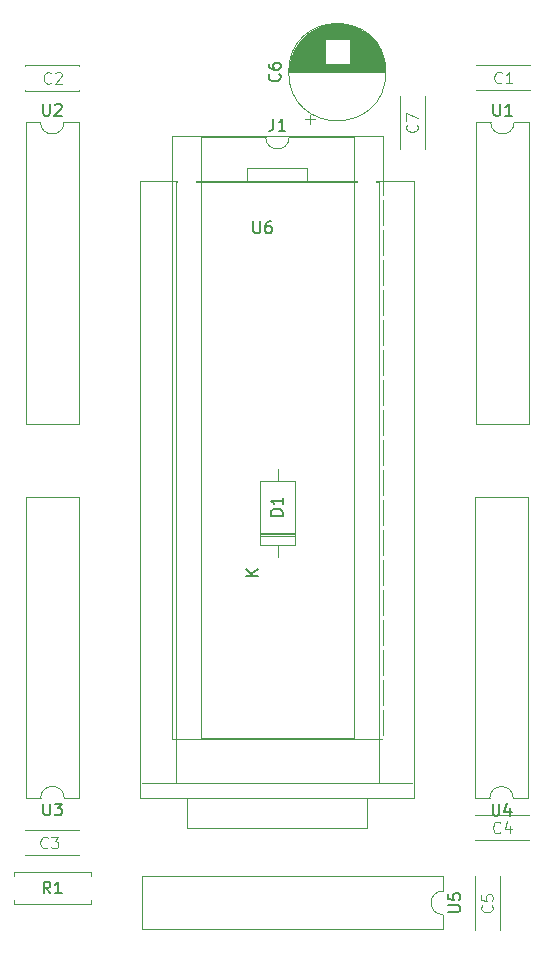
<source format=gto>
G04 #@! TF.GenerationSoftware,KiCad,Pcbnew,(6.0.9)*
G04 #@! TF.CreationDate,2023-08-18T17:20:18+02:00*
G04 #@! TF.ProjectId,Sombrero_MSX_Goa'uld,536f6d62-7265-4726-9f5f-4d53585f476f,rev?*
G04 #@! TF.SameCoordinates,Original*
G04 #@! TF.FileFunction,Legend,Top*
G04 #@! TF.FilePolarity,Positive*
%FSLAX46Y46*%
G04 Gerber Fmt 4.6, Leading zero omitted, Abs format (unit mm)*
G04 Created by KiCad (PCBNEW (6.0.9)) date 2023-08-18 17:20:18*
%MOMM*%
%LPD*%
G01*
G04 APERTURE LIST*
%ADD10C,0.150000*%
%ADD11C,0.096520*%
%ADD12C,0.120000*%
%ADD13C,0.100000*%
%ADD14R,2.400000X1.600000*%
%ADD15O,2.400000X1.600000*%
%ADD16R,1.600000X2.400000*%
%ADD17O,1.600000X2.400000*%
%ADD18C,1.600000*%
%ADD19R,1.600000X1.600000*%
%ADD20O,1.600000X1.600000*%
%ADD21R,2.200000X2.200000*%
%ADD22O,2.200000X2.200000*%
G04 APERTURE END LIST*
D10*
X165618095Y-72057380D02*
X165618095Y-72866904D01*
X165665714Y-72962142D01*
X165713333Y-73009761D01*
X165808571Y-73057380D01*
X165999047Y-73057380D01*
X166094285Y-73009761D01*
X166141904Y-72962142D01*
X166189523Y-72866904D01*
X166189523Y-72057380D01*
X167189523Y-73057380D02*
X166618095Y-73057380D01*
X166903809Y-73057380D02*
X166903809Y-72057380D01*
X166808571Y-72200238D01*
X166713333Y-72295476D01*
X166618095Y-72343095D01*
X145303095Y-81997380D02*
X145303095Y-82806904D01*
X145350714Y-82902142D01*
X145398333Y-82949761D01*
X145493571Y-82997380D01*
X145684047Y-82997380D01*
X145779285Y-82949761D01*
X145826904Y-82902142D01*
X145874523Y-82806904D01*
X145874523Y-81997380D01*
X146779285Y-81997380D02*
X146588809Y-81997380D01*
X146493571Y-82045000D01*
X146445952Y-82092619D01*
X146350714Y-82235476D01*
X146303095Y-82425952D01*
X146303095Y-82806904D01*
X146350714Y-82902142D01*
X146398333Y-82949761D01*
X146493571Y-82997380D01*
X146684047Y-82997380D01*
X146779285Y-82949761D01*
X146826904Y-82902142D01*
X146874523Y-82806904D01*
X146874523Y-82568809D01*
X146826904Y-82473571D01*
X146779285Y-82425952D01*
X146684047Y-82378333D01*
X146493571Y-82378333D01*
X146398333Y-82425952D01*
X146350714Y-82473571D01*
X146303095Y-82568809D01*
X161802380Y-140461904D02*
X162611904Y-140461904D01*
X162707142Y-140414285D01*
X162754761Y-140366666D01*
X162802380Y-140271428D01*
X162802380Y-140080952D01*
X162754761Y-139985714D01*
X162707142Y-139938095D01*
X162611904Y-139890476D01*
X161802380Y-139890476D01*
X161802380Y-138938095D02*
X161802380Y-139414285D01*
X162278571Y-139461904D01*
X162230952Y-139414285D01*
X162183333Y-139319047D01*
X162183333Y-139080952D01*
X162230952Y-138985714D01*
X162278571Y-138938095D01*
X162373809Y-138890476D01*
X162611904Y-138890476D01*
X162707142Y-138938095D01*
X162754761Y-138985714D01*
X162802380Y-139080952D01*
X162802380Y-139319047D01*
X162754761Y-139414285D01*
X162707142Y-139461904D01*
X127523095Y-131297380D02*
X127523095Y-132106904D01*
X127570714Y-132202142D01*
X127618333Y-132249761D01*
X127713571Y-132297380D01*
X127904047Y-132297380D01*
X127999285Y-132249761D01*
X128046904Y-132202142D01*
X128094523Y-132106904D01*
X128094523Y-131297380D01*
X128475476Y-131297380D02*
X129094523Y-131297380D01*
X128761190Y-131678333D01*
X128904047Y-131678333D01*
X128999285Y-131725952D01*
X129046904Y-131773571D01*
X129094523Y-131868809D01*
X129094523Y-132106904D01*
X129046904Y-132202142D01*
X128999285Y-132249761D01*
X128904047Y-132297380D01*
X128618333Y-132297380D01*
X128523095Y-132249761D01*
X128475476Y-132202142D01*
D11*
X166198090Y-133720114D02*
X166152128Y-133766076D01*
X166014242Y-133812038D01*
X165922318Y-133812038D01*
X165784433Y-133766076D01*
X165692509Y-133674152D01*
X165646547Y-133582228D01*
X165600585Y-133398380D01*
X165600585Y-133260495D01*
X165646547Y-133076647D01*
X165692509Y-132984723D01*
X165784433Y-132892800D01*
X165922318Y-132846838D01*
X166014242Y-132846838D01*
X166152128Y-132892800D01*
X166198090Y-132938761D01*
X167025404Y-133168571D02*
X167025404Y-133812038D01*
X166795595Y-132800876D02*
X166565785Y-133490304D01*
X167163290Y-133490304D01*
D10*
X165543095Y-131317380D02*
X165543095Y-132126904D01*
X165590714Y-132222142D01*
X165638333Y-132269761D01*
X165733571Y-132317380D01*
X165924047Y-132317380D01*
X166019285Y-132269761D01*
X166066904Y-132222142D01*
X166114523Y-132126904D01*
X166114523Y-131317380D01*
X167019285Y-131650714D02*
X167019285Y-132317380D01*
X166781190Y-131269761D02*
X166543095Y-131984047D01*
X167162142Y-131984047D01*
D11*
X159120114Y-73831909D02*
X159166076Y-73877871D01*
X159212038Y-74015757D01*
X159212038Y-74107681D01*
X159166076Y-74245566D01*
X159074152Y-74337490D01*
X158982228Y-74383452D01*
X158798380Y-74429414D01*
X158660495Y-74429414D01*
X158476647Y-74383452D01*
X158384723Y-74337490D01*
X158292800Y-74245566D01*
X158246838Y-74107681D01*
X158246838Y-74015757D01*
X158292800Y-73877871D01*
X158338761Y-73831909D01*
X158246838Y-73510176D02*
X158246838Y-72866709D01*
X159212038Y-73280366D01*
X165470114Y-139916503D02*
X165516076Y-139962465D01*
X165562038Y-140100351D01*
X165562038Y-140192275D01*
X165516076Y-140330160D01*
X165424152Y-140422084D01*
X165332228Y-140468046D01*
X165148380Y-140514008D01*
X165010495Y-140514008D01*
X164826647Y-140468046D01*
X164734723Y-140422084D01*
X164642800Y-140330160D01*
X164596838Y-140192275D01*
X164596838Y-140100351D01*
X164642800Y-139962465D01*
X164688761Y-139916503D01*
X164596838Y-139043227D02*
X164596838Y-139502846D01*
X165056457Y-139548808D01*
X165010495Y-139502846D01*
X164964533Y-139410922D01*
X164964533Y-139181113D01*
X165010495Y-139089189D01*
X165056457Y-139043227D01*
X165148380Y-138997265D01*
X165378190Y-138997265D01*
X165470114Y-139043227D01*
X165516076Y-139089189D01*
X165562038Y-139181113D01*
X165562038Y-139410922D01*
X165516076Y-139502846D01*
X165470114Y-139548808D01*
D10*
X147507142Y-69536666D02*
X147554761Y-69584285D01*
X147602380Y-69727142D01*
X147602380Y-69822380D01*
X147554761Y-69965238D01*
X147459523Y-70060476D01*
X147364285Y-70108095D01*
X147173809Y-70155714D01*
X147030952Y-70155714D01*
X146840476Y-70108095D01*
X146745238Y-70060476D01*
X146650000Y-69965238D01*
X146602380Y-69822380D01*
X146602380Y-69727142D01*
X146650000Y-69584285D01*
X146697619Y-69536666D01*
X146602380Y-68679523D02*
X146602380Y-68870000D01*
X146650000Y-68965238D01*
X146697619Y-69012857D01*
X146840476Y-69108095D01*
X147030952Y-69155714D01*
X147411904Y-69155714D01*
X147507142Y-69108095D01*
X147554761Y-69060476D01*
X147602380Y-68965238D01*
X147602380Y-68774761D01*
X147554761Y-68679523D01*
X147507142Y-68631904D01*
X147411904Y-68584285D01*
X147173809Y-68584285D01*
X147078571Y-68631904D01*
X147030952Y-68679523D01*
X146983333Y-68774761D01*
X146983333Y-68965238D01*
X147030952Y-69060476D01*
X147078571Y-69108095D01*
X147173809Y-69155714D01*
D11*
X127866176Y-134990114D02*
X127820214Y-135036076D01*
X127682328Y-135082038D01*
X127590404Y-135082038D01*
X127452519Y-135036076D01*
X127360595Y-134944152D01*
X127314633Y-134852228D01*
X127268671Y-134668380D01*
X127268671Y-134530495D01*
X127314633Y-134346647D01*
X127360595Y-134254723D01*
X127452519Y-134162800D01*
X127590404Y-134116838D01*
X127682328Y-134116838D01*
X127820214Y-134162800D01*
X127866176Y-134208761D01*
X128187909Y-134116838D02*
X128785414Y-134116838D01*
X128463681Y-134484533D01*
X128601566Y-134484533D01*
X128693490Y-134530495D01*
X128739452Y-134576457D01*
X128785414Y-134668380D01*
X128785414Y-134898190D01*
X128739452Y-134990114D01*
X128693490Y-135036076D01*
X128601566Y-135082038D01*
X128325795Y-135082038D01*
X128233871Y-135036076D01*
X128187909Y-134990114D01*
D10*
X146996666Y-73322380D02*
X146996666Y-74036666D01*
X146949047Y-74179523D01*
X146853809Y-74274761D01*
X146710952Y-74322380D01*
X146615714Y-74322380D01*
X147996666Y-74322380D02*
X147425238Y-74322380D01*
X147710952Y-74322380D02*
X147710952Y-73322380D01*
X147615714Y-73465238D01*
X147520476Y-73560476D01*
X147425238Y-73608095D01*
D11*
X166304770Y-70220114D02*
X166258808Y-70266076D01*
X166120922Y-70312038D01*
X166028998Y-70312038D01*
X165891113Y-70266076D01*
X165799189Y-70174152D01*
X165753227Y-70082228D01*
X165707265Y-69898380D01*
X165707265Y-69760495D01*
X165753227Y-69576647D01*
X165799189Y-69484723D01*
X165891113Y-69392800D01*
X166028998Y-69346838D01*
X166120922Y-69346838D01*
X166258808Y-69392800D01*
X166304770Y-69438761D01*
X167224008Y-70312038D02*
X166672465Y-70312038D01*
X166948237Y-70312038D02*
X166948237Y-69346838D01*
X166856313Y-69484723D01*
X166764389Y-69576647D01*
X166672465Y-69622609D01*
X128159770Y-70250114D02*
X128113808Y-70296076D01*
X127975922Y-70342038D01*
X127883998Y-70342038D01*
X127746113Y-70296076D01*
X127654189Y-70204152D01*
X127608227Y-70112228D01*
X127562265Y-69928380D01*
X127562265Y-69790495D01*
X127608227Y-69606647D01*
X127654189Y-69514723D01*
X127746113Y-69422800D01*
X127883998Y-69376838D01*
X127975922Y-69376838D01*
X128113808Y-69422800D01*
X128159770Y-69468761D01*
X128527465Y-69468761D02*
X128573427Y-69422800D01*
X128665351Y-69376838D01*
X128895160Y-69376838D01*
X128987084Y-69422800D01*
X129033046Y-69468761D01*
X129079008Y-69560685D01*
X129079008Y-69652609D01*
X129033046Y-69790495D01*
X128481503Y-70342038D01*
X129079008Y-70342038D01*
D10*
X147772380Y-106910095D02*
X146772380Y-106910095D01*
X146772380Y-106672000D01*
X146820000Y-106529142D01*
X146915238Y-106433904D01*
X147010476Y-106386285D01*
X147200952Y-106338666D01*
X147343809Y-106338666D01*
X147534285Y-106386285D01*
X147629523Y-106433904D01*
X147724761Y-106529142D01*
X147772380Y-106672000D01*
X147772380Y-106910095D01*
X147772380Y-105386285D02*
X147772380Y-105957714D01*
X147772380Y-105672000D02*
X146772380Y-105672000D01*
X146915238Y-105767238D01*
X147010476Y-105862476D01*
X147058095Y-105957714D01*
X145692380Y-112021904D02*
X144692380Y-112021904D01*
X145692380Y-111450476D02*
X145120952Y-111879047D01*
X144692380Y-111450476D02*
X145263809Y-112021904D01*
X127503095Y-72057380D02*
X127503095Y-72866904D01*
X127550714Y-72962142D01*
X127598333Y-73009761D01*
X127693571Y-73057380D01*
X127884047Y-73057380D01*
X127979285Y-73009761D01*
X128026904Y-72962142D01*
X128074523Y-72866904D01*
X128074523Y-72057380D01*
X128503095Y-72152619D02*
X128550714Y-72105000D01*
X128645952Y-72057380D01*
X128884047Y-72057380D01*
X128979285Y-72105000D01*
X129026904Y-72152619D01*
X129074523Y-72247857D01*
X129074523Y-72343095D01*
X129026904Y-72485952D01*
X128455476Y-73057380D01*
X129074523Y-73057380D01*
X128103333Y-138902380D02*
X127770000Y-138426190D01*
X127531904Y-138902380D02*
X127531904Y-137902380D01*
X127912857Y-137902380D01*
X128008095Y-137950000D01*
X128055714Y-137997619D01*
X128103333Y-138092857D01*
X128103333Y-138235714D01*
X128055714Y-138330952D01*
X128008095Y-138378571D01*
X127912857Y-138426190D01*
X127531904Y-138426190D01*
X129055714Y-138902380D02*
X128484285Y-138902380D01*
X128770000Y-138902380D02*
X128770000Y-137902380D01*
X128674761Y-138045238D01*
X128579523Y-138140476D01*
X128484285Y-138188095D01*
D12*
X164130000Y-73605000D02*
X164130000Y-99125000D01*
X168630000Y-73605000D02*
X167380000Y-73605000D01*
X168630000Y-99125000D02*
X168630000Y-73605000D01*
X165380000Y-73605000D02*
X164130000Y-73605000D01*
X164130000Y-99125000D02*
X168630000Y-99125000D01*
X165380000Y-73605000D02*
G75*
G03*
X167380000Y-73605000I1000000J0D01*
G01*
X154955000Y-133345000D02*
X154955000Y-130805000D01*
D13*
X135905000Y-129535000D02*
X158765000Y-129535000D01*
D12*
X138735000Y-78675000D02*
X138735000Y-129535000D01*
X144795000Y-78675000D02*
X144795000Y-77465000D01*
X139715000Y-133345000D02*
X154955000Y-133345000D01*
X144795000Y-77465000D02*
X149875000Y-77465000D01*
X155935000Y-78675000D02*
X150875000Y-78675000D01*
X139715000Y-130805000D02*
X139715000Y-133345000D01*
X135735000Y-130805000D02*
X158935000Y-130805000D01*
X149875000Y-77465000D02*
X149875000Y-78608000D01*
X153685000Y-78675000D02*
X138735000Y-78675000D01*
X135735000Y-78615000D02*
X135735000Y-130805000D01*
X158935000Y-78615000D02*
X135735000Y-78615000D01*
X155935000Y-129535000D02*
X155935000Y-78675000D01*
X158935000Y-130805000D02*
X158935000Y-78615000D01*
X161350000Y-137450000D02*
X135830000Y-137450000D01*
X135830000Y-137450000D02*
X135830000Y-141950000D01*
X135830000Y-141950000D02*
X161350000Y-141950000D01*
X161350000Y-141950000D02*
X161350000Y-140700000D01*
X161350000Y-138700000D02*
X161350000Y-137450000D01*
X161350000Y-138700000D02*
G75*
G03*
X161350000Y-140700000I0J-1000000D01*
G01*
X129285000Y-130845000D02*
X130535000Y-130845000D01*
X130535000Y-130845000D02*
X130535000Y-105325000D01*
X126035000Y-105325000D02*
X126035000Y-130845000D01*
X126035000Y-130845000D02*
X127285000Y-130845000D01*
X130535000Y-105325000D02*
X126035000Y-105325000D01*
X129285000Y-130845000D02*
G75*
G03*
X127285000Y-130845000I-1000000J0D01*
G01*
X164060000Y-132280000D02*
X168600000Y-132280000D01*
X168600000Y-134405000D02*
X168600000Y-134420000D01*
X164060000Y-132280000D02*
X164060000Y-132295000D01*
X168600000Y-132280000D02*
X168600000Y-132295000D01*
X164060000Y-134405000D02*
X164060000Y-134420000D01*
X164060000Y-134420000D02*
X168600000Y-134420000D01*
X168555000Y-130865000D02*
X168555000Y-105345000D01*
X168555000Y-105345000D02*
X164055000Y-105345000D01*
X164055000Y-130865000D02*
X165305000Y-130865000D01*
X164055000Y-105345000D02*
X164055000Y-130865000D01*
X167305000Y-130865000D02*
X168555000Y-130865000D01*
X167305000Y-130865000D02*
G75*
G03*
X165305000Y-130865000I-1000000J0D01*
G01*
X157680000Y-71350000D02*
X157680000Y-75890000D01*
X159820000Y-75890000D02*
X159805000Y-75890000D01*
X157695000Y-71350000D02*
X157680000Y-71350000D01*
X159820000Y-71350000D02*
X159820000Y-75890000D01*
X157695000Y-75890000D02*
X157680000Y-75890000D01*
X159820000Y-71350000D02*
X159805000Y-71350000D01*
X164030000Y-141970000D02*
X164030000Y-137430000D01*
X166155000Y-141970000D02*
X166170000Y-141970000D01*
X164030000Y-137430000D02*
X164045000Y-137430000D01*
X164030000Y-141970000D02*
X164045000Y-141970000D01*
X166170000Y-141970000D02*
X166170000Y-137430000D01*
X166155000Y-137430000D02*
X166170000Y-137430000D01*
X153440000Y-67249000D02*
X155893000Y-67249000D01*
X148537000Y-68049000D02*
X151360000Y-68049000D01*
X148424000Y-68449000D02*
X151360000Y-68449000D01*
X148714000Y-67609000D02*
X151360000Y-67609000D01*
X153440000Y-66969000D02*
X155709000Y-66969000D01*
X153440000Y-67689000D02*
X156122000Y-67689000D01*
X150848000Y-65569000D02*
X153952000Y-65569000D01*
X153440000Y-67649000D02*
X156104000Y-67649000D01*
X151171000Y-65449000D02*
X153629000Y-65449000D01*
X153440000Y-68649000D02*
X156417000Y-68649000D01*
X153440000Y-66849000D02*
X155620000Y-66849000D01*
X148324000Y-69170000D02*
X156476000Y-69170000D01*
X151632000Y-65329000D02*
X153168000Y-65329000D01*
X149703000Y-66289000D02*
X155097000Y-66289000D01*
X148883000Y-67289000D02*
X151360000Y-67289000D01*
X150755000Y-65609000D02*
X154045000Y-65609000D01*
X150510000Y-65729000D02*
X154290000Y-65729000D01*
X153440000Y-67169000D02*
X155844000Y-67169000D01*
X148626000Y-67809000D02*
X151360000Y-67809000D01*
X148523000Y-68089000D02*
X151360000Y-68089000D01*
X148339000Y-68970000D02*
X156461000Y-68970000D01*
X153440000Y-67289000D02*
X155917000Y-67289000D01*
X150085000Y-73779698D02*
X150085000Y-72979698D01*
X153440000Y-68129000D02*
X156289000Y-68129000D01*
X149180000Y-66849000D02*
X151360000Y-66849000D01*
X149685000Y-73379698D02*
X150485000Y-73379698D01*
X148390000Y-68609000D02*
X151360000Y-68609000D01*
X153440000Y-67729000D02*
X156140000Y-67729000D01*
X149574000Y-66409000D02*
X155226000Y-66409000D01*
X149796000Y-66209000D02*
X155004000Y-66209000D01*
X150234000Y-65889000D02*
X154566000Y-65889000D01*
X148323000Y-69210000D02*
X156477000Y-69210000D01*
X149091000Y-66969000D02*
X151360000Y-66969000D01*
X149120000Y-66929000D02*
X151360000Y-66929000D01*
X149616000Y-66369000D02*
X155184000Y-66369000D01*
X148464000Y-68289000D02*
X151360000Y-68289000D01*
X153440000Y-66649000D02*
X155455000Y-66649000D01*
X153440000Y-67969000D02*
X156235000Y-67969000D01*
X148753000Y-67529000D02*
X151360000Y-67529000D01*
X153440000Y-68529000D02*
X156394000Y-68529000D01*
X151452000Y-65369000D02*
X153348000Y-65369000D01*
X148794000Y-67449000D02*
X151360000Y-67449000D01*
X150587000Y-65689000D02*
X154213000Y-65689000D01*
X148579000Y-67929000D02*
X151360000Y-67929000D01*
X148610000Y-67849000D02*
X151360000Y-67849000D01*
X153440000Y-68449000D02*
X156376000Y-68449000D01*
X149008000Y-67089000D02*
X151360000Y-67089000D01*
X150298000Y-65849000D02*
X154502000Y-65849000D01*
X149659000Y-66329000D02*
X155141000Y-66329000D01*
X148486000Y-68209000D02*
X151360000Y-68209000D01*
X153440000Y-68049000D02*
X156263000Y-68049000D01*
X153440000Y-67369000D02*
X155962000Y-67369000D01*
X148329000Y-69090000D02*
X156471000Y-69090000D01*
X150366000Y-65809000D02*
X154434000Y-65809000D01*
X153440000Y-67009000D02*
X155738000Y-67009000D01*
X148475000Y-68249000D02*
X151360000Y-68249000D01*
X148343000Y-68930000D02*
X156457000Y-68930000D01*
X148433000Y-68409000D02*
X151360000Y-68409000D01*
X153440000Y-67329000D02*
X155940000Y-67329000D01*
X153440000Y-67529000D02*
X156047000Y-67529000D01*
X153440000Y-67209000D02*
X155869000Y-67209000D01*
X153440000Y-68409000D02*
X156367000Y-68409000D01*
X149417000Y-66569000D02*
X155383000Y-66569000D01*
X153440000Y-66729000D02*
X155524000Y-66729000D01*
X148358000Y-68810000D02*
X156442000Y-68810000D01*
X149946000Y-66089000D02*
X154854000Y-66089000D01*
X148773000Y-67489000D02*
X151360000Y-67489000D01*
X153440000Y-67089000D02*
X155792000Y-67089000D01*
X149493000Y-66489000D02*
X155307000Y-66489000D01*
X148376000Y-68690000D02*
X156424000Y-68690000D01*
X148332000Y-69050000D02*
X156468000Y-69050000D01*
X148595000Y-67889000D02*
X151360000Y-67889000D01*
X148398000Y-68569000D02*
X151360000Y-68569000D01*
X149150000Y-66889000D02*
X151360000Y-66889000D01*
X153440000Y-68369000D02*
X156357000Y-68369000D01*
X153440000Y-67809000D02*
X156174000Y-67809000D01*
X153440000Y-66889000D02*
X155650000Y-66889000D01*
X153440000Y-68209000D02*
X156314000Y-68209000D01*
X148443000Y-68369000D02*
X151360000Y-68369000D01*
X148734000Y-67569000D02*
X151360000Y-67569000D01*
X148511000Y-68129000D02*
X151360000Y-68129000D01*
X149844000Y-66169000D02*
X154956000Y-66169000D01*
X151054000Y-65489000D02*
X153746000Y-65489000D01*
X153440000Y-67129000D02*
X155818000Y-67129000D01*
X153440000Y-67489000D02*
X156027000Y-67489000D01*
X150669000Y-65649000D02*
X154131000Y-65649000D01*
X148321000Y-69250000D02*
X156479000Y-69250000D01*
X151302000Y-65409000D02*
X153498000Y-65409000D01*
X148406000Y-68529000D02*
X151360000Y-68529000D01*
X148860000Y-67329000D02*
X151360000Y-67329000D01*
X148931000Y-67209000D02*
X151360000Y-67209000D01*
X150172000Y-65929000D02*
X154628000Y-65929000D01*
X149310000Y-66689000D02*
X151360000Y-66689000D01*
X148320000Y-69330000D02*
X156480000Y-69330000D01*
X148956000Y-67169000D02*
X151360000Y-67169000D01*
X148565000Y-67969000D02*
X151360000Y-67969000D01*
X153440000Y-66769000D02*
X155556000Y-66769000D01*
X148363000Y-68770000D02*
X156437000Y-68770000D01*
X153440000Y-66609000D02*
X155419000Y-66609000D01*
X153440000Y-67849000D02*
X156190000Y-67849000D01*
X153440000Y-67569000D02*
X156066000Y-67569000D01*
X149749000Y-66249000D02*
X155051000Y-66249000D01*
X153440000Y-68249000D02*
X156325000Y-68249000D01*
X153440000Y-68169000D02*
X156302000Y-68169000D01*
X153440000Y-67449000D02*
X156006000Y-67449000D01*
X148326000Y-69130000D02*
X156474000Y-69130000D01*
X153440000Y-67409000D02*
X155984000Y-67409000D01*
X150947000Y-65529000D02*
X153853000Y-65529000D01*
X153440000Y-67929000D02*
X156221000Y-67929000D01*
X149035000Y-67049000D02*
X151360000Y-67049000D01*
X153440000Y-67889000D02*
X156205000Y-67889000D01*
X153440000Y-67609000D02*
X156086000Y-67609000D01*
X153440000Y-68489000D02*
X156385000Y-68489000D01*
X148498000Y-68169000D02*
X151360000Y-68169000D01*
X148907000Y-67249000D02*
X151360000Y-67249000D01*
X150000000Y-66049000D02*
X154800000Y-66049000D01*
X153440000Y-68089000D02*
X156277000Y-68089000D01*
X148550000Y-68009000D02*
X151360000Y-68009000D01*
X148678000Y-67689000D02*
X151360000Y-67689000D01*
X148838000Y-67369000D02*
X151360000Y-67369000D01*
X153440000Y-68329000D02*
X156347000Y-68329000D01*
X148320000Y-69370000D02*
X156480000Y-69370000D01*
X153440000Y-68569000D02*
X156402000Y-68569000D01*
X148383000Y-68649000D02*
X151360000Y-68649000D01*
X148696000Y-67649000D02*
X151360000Y-67649000D01*
X149211000Y-66809000D02*
X151360000Y-66809000D01*
X150436000Y-65769000D02*
X154364000Y-65769000D01*
X148453000Y-68329000D02*
X151360000Y-68329000D01*
X148982000Y-67129000D02*
X151360000Y-67129000D01*
X149533000Y-66449000D02*
X155267000Y-66449000D01*
X148816000Y-67409000D02*
X151360000Y-67409000D01*
X153440000Y-66929000D02*
X155680000Y-66929000D01*
X153440000Y-68289000D02*
X156336000Y-68289000D01*
X149381000Y-66609000D02*
X151360000Y-66609000D01*
X153440000Y-68009000D02*
X156250000Y-68009000D01*
X151867000Y-65289000D02*
X152933000Y-65289000D01*
X148643000Y-67769000D02*
X151360000Y-67769000D01*
X148370000Y-68730000D02*
X156430000Y-68730000D01*
X150055000Y-66009000D02*
X154745000Y-66009000D01*
X148348000Y-68890000D02*
X156452000Y-68890000D01*
X153440000Y-66689000D02*
X155490000Y-66689000D01*
X148352000Y-68850000D02*
X156448000Y-68850000D01*
X149062000Y-67009000D02*
X151360000Y-67009000D01*
X148320000Y-69290000D02*
X156480000Y-69290000D01*
X148335000Y-69010000D02*
X156465000Y-69010000D01*
X149244000Y-66769000D02*
X151360000Y-66769000D01*
X153440000Y-67769000D02*
X156157000Y-67769000D01*
X153440000Y-67049000D02*
X155765000Y-67049000D01*
X149895000Y-66129000D02*
X154905000Y-66129000D01*
X149455000Y-66529000D02*
X155345000Y-66529000D01*
X153440000Y-66809000D02*
X155589000Y-66809000D01*
X149345000Y-66649000D02*
X151360000Y-66649000D01*
X149276000Y-66729000D02*
X151360000Y-66729000D01*
X148660000Y-67729000D02*
X151360000Y-67729000D01*
X153440000Y-68609000D02*
X156410000Y-68609000D01*
X148415000Y-68489000D02*
X151360000Y-68489000D01*
X150113000Y-65969000D02*
X154687000Y-65969000D01*
X156520000Y-69370000D02*
G75*
G03*
X156520000Y-69370000I-4120000J0D01*
G01*
X130500000Y-133550000D02*
X130500000Y-133565000D01*
X125960000Y-133550000D02*
X125960000Y-133565000D01*
X125960000Y-133550000D02*
X130500000Y-133550000D01*
X125960000Y-135690000D02*
X130500000Y-135690000D01*
X130500000Y-135675000D02*
X130500000Y-135690000D01*
X125960000Y-135675000D02*
X125960000Y-135690000D01*
X140870000Y-125790000D02*
X153790000Y-125790000D01*
X153790000Y-74870000D02*
X148330000Y-74870000D01*
X138380000Y-125850000D02*
X156280000Y-125850000D01*
X138380000Y-74810000D02*
X138380000Y-125850000D01*
X156280000Y-74810000D02*
X138380000Y-74810000D01*
X156280000Y-125850000D02*
X156280000Y-74810000D01*
X153790000Y-125790000D02*
X153790000Y-74870000D01*
X140870000Y-74870000D02*
X140870000Y-125790000D01*
X146330000Y-74870000D02*
X140870000Y-74870000D01*
X146330000Y-74870000D02*
G75*
G03*
X148330000Y-74870000I1000000J0D01*
G01*
X168680000Y-70925000D02*
X164140000Y-70925000D01*
X168680000Y-68800000D02*
X168680000Y-68785000D01*
X164140000Y-70925000D02*
X164140000Y-70910000D01*
X164140000Y-68800000D02*
X164140000Y-68785000D01*
X168680000Y-68785000D02*
X164140000Y-68785000D01*
X168680000Y-70925000D02*
X168680000Y-70910000D01*
X130535000Y-68795000D02*
X125995000Y-68795000D01*
X130535000Y-70935000D02*
X130535000Y-70920000D01*
X125995000Y-68810000D02*
X125995000Y-68795000D01*
X130535000Y-70935000D02*
X125995000Y-70935000D01*
X125995000Y-70935000D02*
X125995000Y-70920000D01*
X130535000Y-68810000D02*
X130535000Y-68795000D01*
X147340000Y-110420000D02*
X147340000Y-109400000D01*
X148810000Y-103960000D02*
X145870000Y-103960000D01*
X145870000Y-108500000D02*
X148810000Y-108500000D01*
X145870000Y-108380000D02*
X148810000Y-108380000D01*
X148810000Y-109400000D02*
X148810000Y-103960000D01*
X145870000Y-109400000D02*
X148810000Y-109400000D01*
X145870000Y-108620000D02*
X148810000Y-108620000D01*
X147340000Y-102940000D02*
X147340000Y-103960000D01*
X145870000Y-103960000D02*
X145870000Y-109400000D01*
X126015000Y-73605000D02*
X126015000Y-99125000D01*
X127265000Y-73605000D02*
X126015000Y-73605000D01*
X126015000Y-99125000D02*
X130515000Y-99125000D01*
X130515000Y-99125000D02*
X130515000Y-73605000D01*
X130515000Y-73605000D02*
X129265000Y-73605000D01*
X127265000Y-73605000D02*
G75*
G03*
X129265000Y-73605000I1000000J0D01*
G01*
X125000000Y-137390000D02*
X125000000Y-137060000D01*
X125000000Y-139470000D02*
X125000000Y-139800000D01*
X125000000Y-137060000D02*
X131540000Y-137060000D01*
X125000000Y-139800000D02*
X131540000Y-139800000D01*
X131540000Y-137060000D02*
X131540000Y-137390000D01*
X131540000Y-139800000D02*
X131540000Y-139470000D01*
%LPC*%
D14*
X162570000Y-74935000D03*
D15*
X162570000Y-77475000D03*
X162570000Y-80015000D03*
X162570000Y-82555000D03*
X162570000Y-85095000D03*
X162570000Y-87635000D03*
X162570000Y-90175000D03*
X162570000Y-92715000D03*
X162570000Y-95255000D03*
X162570000Y-97795000D03*
X170190000Y-97795000D03*
X170190000Y-95255000D03*
X170190000Y-92715000D03*
X170190000Y-90175000D03*
X170190000Y-87635000D03*
X170190000Y-85095000D03*
X170190000Y-82555000D03*
X170190000Y-80015000D03*
X170190000Y-77475000D03*
X170190000Y-74935000D03*
D14*
X137175000Y-80005000D03*
D15*
X137175000Y-82545000D03*
X137175000Y-85085000D03*
X137175000Y-87625000D03*
X137175000Y-90165000D03*
X137175000Y-92705000D03*
X137175000Y-95245000D03*
X137175000Y-97785000D03*
X137175000Y-100325000D03*
X137175000Y-102865000D03*
X137175000Y-105405000D03*
X137175000Y-107945000D03*
X137175000Y-110485000D03*
X137175000Y-113025000D03*
X137175000Y-115565000D03*
X137175000Y-118105000D03*
X137175000Y-120645000D03*
X137175000Y-123185000D03*
X137175000Y-125725000D03*
X137175000Y-128265000D03*
X157495000Y-128265000D03*
X157495000Y-125725000D03*
X157495000Y-123185000D03*
X157495000Y-120645000D03*
X157495000Y-118105000D03*
X157495000Y-115565000D03*
X157495000Y-113025000D03*
X157495000Y-110485000D03*
X157495000Y-107945000D03*
X157495000Y-105405000D03*
X157495000Y-102865000D03*
X157495000Y-100325000D03*
X157495000Y-97785000D03*
X157495000Y-95245000D03*
X157495000Y-92705000D03*
X157495000Y-90165000D03*
X157495000Y-87625000D03*
X157495000Y-85085000D03*
X157495000Y-82545000D03*
X157495000Y-80005000D03*
D16*
X160020000Y-135890000D03*
D17*
X157480000Y-135890000D03*
X154940000Y-135890000D03*
X152400000Y-135890000D03*
X149860000Y-135890000D03*
X147320000Y-135890000D03*
X144780000Y-135890000D03*
X142240000Y-135890000D03*
X139700000Y-135890000D03*
X137160000Y-135890000D03*
X137160000Y-143510000D03*
X139700000Y-143510000D03*
X142240000Y-143510000D03*
X144780000Y-143510000D03*
X147320000Y-143510000D03*
X149860000Y-143510000D03*
X152400000Y-143510000D03*
X154940000Y-143510000D03*
X157480000Y-143510000D03*
X160020000Y-143510000D03*
D14*
X132095000Y-129515000D03*
D15*
X132095000Y-126975000D03*
X132095000Y-124435000D03*
X132095000Y-121895000D03*
X132095000Y-119355000D03*
X132095000Y-116815000D03*
X132095000Y-114275000D03*
X132095000Y-111735000D03*
X132095000Y-109195000D03*
X132095000Y-106655000D03*
X124475000Y-106655000D03*
X124475000Y-109195000D03*
X124475000Y-111735000D03*
X124475000Y-114275000D03*
X124475000Y-116815000D03*
X124475000Y-119355000D03*
X124475000Y-121895000D03*
X124475000Y-124435000D03*
X124475000Y-126975000D03*
X124475000Y-129515000D03*
D18*
X163830000Y-133350000D03*
X168830000Y-133350000D03*
D14*
X170115000Y-129535000D03*
D15*
X170115000Y-126995000D03*
X170115000Y-124455000D03*
X170115000Y-121915000D03*
X170115000Y-119375000D03*
X170115000Y-116835000D03*
X170115000Y-114295000D03*
X170115000Y-111755000D03*
X170115000Y-109215000D03*
X170115000Y-106675000D03*
X162495000Y-106675000D03*
X162495000Y-109215000D03*
X162495000Y-111755000D03*
X162495000Y-114295000D03*
X162495000Y-116835000D03*
X162495000Y-119375000D03*
X162495000Y-121915000D03*
X162495000Y-124455000D03*
X162495000Y-126995000D03*
X162495000Y-129535000D03*
D18*
X158750000Y-71120000D03*
X158750000Y-76120000D03*
X165100000Y-142200000D03*
X165100000Y-137200000D03*
D19*
X152400000Y-71120000D03*
D18*
X152400000Y-67620000D03*
X125730000Y-134620000D03*
X130730000Y-134620000D03*
D19*
X139710000Y-76200000D03*
D20*
X139710000Y-78740000D03*
X139710000Y-81280000D03*
X139710000Y-83820000D03*
X139710000Y-86360000D03*
X139710000Y-88900000D03*
X139710000Y-91440000D03*
X139710000Y-93980000D03*
X139710000Y-96520000D03*
X139710000Y-99060000D03*
X139710000Y-101600000D03*
X139710000Y-104140000D03*
X139710000Y-106680000D03*
X139710000Y-109220000D03*
X139710000Y-111760000D03*
X139710000Y-114300000D03*
X139710000Y-116840000D03*
X139710000Y-119380000D03*
X139710000Y-121920000D03*
X139710000Y-124460000D03*
X154950000Y-124460000D03*
X154950000Y-121920000D03*
X154950000Y-119380000D03*
X154950000Y-116840000D03*
X154950000Y-114300000D03*
X154950000Y-111760000D03*
X154950000Y-109220000D03*
X154950000Y-106680000D03*
X154950000Y-104140000D03*
X154950000Y-101600000D03*
X154950000Y-99060000D03*
X154950000Y-96520000D03*
X154950000Y-93980000D03*
X154950000Y-91440000D03*
X154950000Y-88900000D03*
X154950000Y-86360000D03*
X154950000Y-83820000D03*
X154950000Y-81280000D03*
X154950000Y-78740000D03*
X154950000Y-76200000D03*
D18*
X168910000Y-69855000D03*
X163910000Y-69855000D03*
X130765000Y-69865000D03*
X125765000Y-69865000D03*
D21*
X147340000Y-111760000D03*
D22*
X147340000Y-101600000D03*
D14*
X124455000Y-74935000D03*
D15*
X124455000Y-77475000D03*
X124455000Y-80015000D03*
X124455000Y-82555000D03*
X124455000Y-85095000D03*
X124455000Y-87635000D03*
X124455000Y-90175000D03*
X124455000Y-92715000D03*
X124455000Y-95255000D03*
X124455000Y-97795000D03*
X132075000Y-97795000D03*
X132075000Y-95255000D03*
X132075000Y-92715000D03*
X132075000Y-90175000D03*
X132075000Y-87635000D03*
X132075000Y-85095000D03*
X132075000Y-82555000D03*
X132075000Y-80015000D03*
X132075000Y-77475000D03*
X132075000Y-74935000D03*
D18*
X124460000Y-138430000D03*
D20*
X132080000Y-138430000D03*
M02*

</source>
